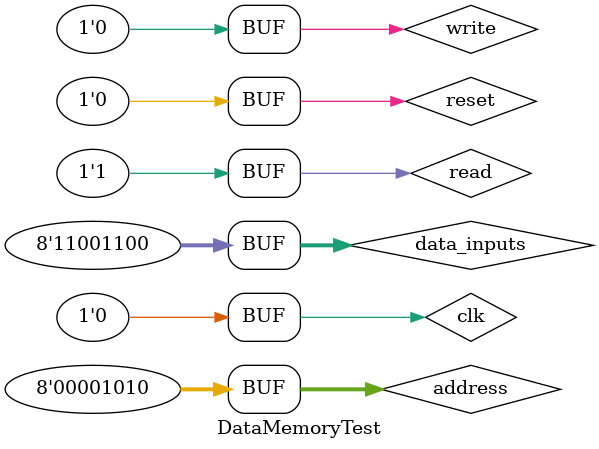
<source format=v>
`timescale 1ns / 1ps

module DataMemoryTest;
	reg clk;
	reg reset;
	reg [7:0] address;
	reg read;
	reg write;
	reg [7:0] data_inputs;
	wire [7:0] data_outputs;
	
	DataMemory uut (
		.clk(clk), 
		.reset(reset), 
		.address(address), 
		.read(read), 
		.write(write), 
		.data_inputs(data_inputs), 
		.data_outputs(data_outputs)
	);

	initial begin
		clk = 0;
		reset = 0;
		address = 0;
		read = 0;
		write = 0;
		data_inputs = 0;
		
		#100;
		
		address = 8'b00000010;
		data_inputs = 8'b01010101;
		read = 0;
		write = 1;
		clk = 1;
		#50;
		clk = 0;
		#50;
		
		address = 8'b00001010;
		data_inputs = 8'b11001100;
		read = 0;
		write = 1;
		clk = 1;
		#50;
		clk = 0;
		#50;
		
		address = 8'b00000010;
		read = 1;
		write = 0;
		clk = 1;
		#50;
		clk = 0;
		#50;
		
		address = 8'b00001010;
		read = 1;
		write = 0;
		clk = 1;
		#50;
		clk = 0;
		#50;
	end
endmodule

</source>
